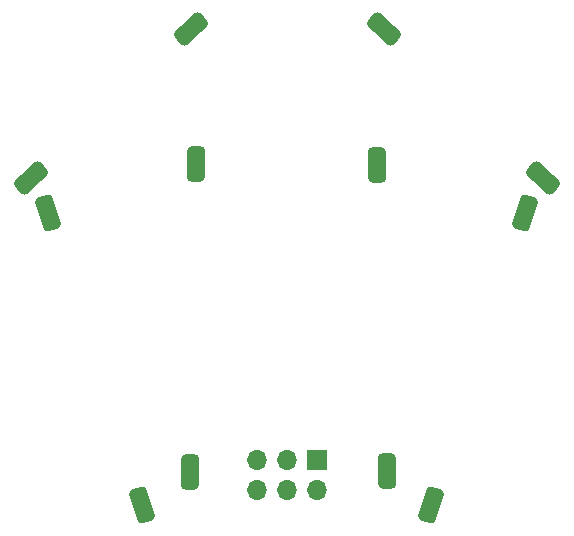
<source format=gbr>
%TF.GenerationSoftware,KiCad,Pcbnew,(7.0.0)*%
%TF.CreationDate,2023-12-18T14:13:41-05:00*%
%TF.ProjectId,MAGFest2023SolderingClass_variant1,4d414746-6573-4743-9230-3233536f6c64,rev?*%
%TF.SameCoordinates,Original*%
%TF.FileFunction,Soldermask,Top*%
%TF.FilePolarity,Negative*%
%FSLAX46Y46*%
G04 Gerber Fmt 4.6, Leading zero omitted, Abs format (unit mm)*
G04 Created by KiCad (PCBNEW (7.0.0)) date 2023-12-18 14:13:41*
%MOMM*%
%LPD*%
G01*
G04 APERTURE LIST*
G04 Aperture macros list*
%AMRoundRect*
0 Rectangle with rounded corners*
0 $1 Rounding radius*
0 $2 $3 $4 $5 $6 $7 $8 $9 X,Y pos of 4 corners*
0 Add a 4 corners polygon primitive as box body*
4,1,4,$2,$3,$4,$5,$6,$7,$8,$9,$2,$3,0*
0 Add four circle primitives for the rounded corners*
1,1,$1+$1,$2,$3*
1,1,$1+$1,$4,$5*
1,1,$1+$1,$6,$7*
1,1,$1+$1,$8,$9*
0 Add four rect primitives between the rounded corners*
20,1,$1+$1,$2,$3,$4,$5,0*
20,1,$1+$1,$4,$5,$6,$7,0*
20,1,$1+$1,$6,$7,$8,$9,0*
20,1,$1+$1,$8,$9,$2,$3,0*%
G04 Aperture macros list end*
%ADD10RoundRect,0.381000X-0.016563X1.181968X-0.708143X-0.946497X0.016563X-1.181968X0.708143X0.946497X0*%
%ADD11RoundRect,0.381000X-0.419820X1.105022X-0.341715X-1.131615X0.419820X-1.105022X0.341715X1.131615X0*%
%ADD12RoundRect,0.381000X-0.708143X0.946497X-0.016563X-1.181968X0.708143X-0.946497X0.016563X1.181968X0*%
%ADD13RoundRect,0.381000X0.558543X1.041802X-1.078226X-0.484510X-0.558543X-1.041802X1.078226X0.484510X0*%
%ADD14R,1.700000X1.700000*%
%ADD15O,1.700000X1.700000*%
%ADD16RoundRect,0.381000X-1.078226X0.484510X0.558543X-1.041802X1.078226X-0.484510X-0.558543X1.041802X0*%
%ADD17RoundRect,0.381000X-0.361413X1.125479X-0.400471X-1.112180X0.361413X-1.125479X0.400471X1.112180X0*%
G04 APERTURE END LIST*
D10*
%TO.C,D4*%
X159227779Y-95668735D03*
X167262221Y-70941265D03*
%TD*%
D11*
%TO.C,D3*%
X154651307Y-66862919D03*
X155558693Y-92847081D03*
%TD*%
D12*
%TO.C,D1*%
X134832221Y-95668735D03*
X126797779Y-70941265D03*
%TD*%
D13*
%TO.C,D6*%
X138920022Y-55396515D03*
X125389978Y-68013485D03*
%TD*%
D14*
%TO.C,J1*%
X149575759Y-91861764D03*
D15*
X149575759Y-94401764D03*
X147035759Y-91861764D03*
X147035759Y-94401764D03*
X144495759Y-91861764D03*
X144495759Y-94401764D03*
%TD*%
D16*
%TO.C,D5*%
X155257590Y-55396515D03*
X168787634Y-68013485D03*
%TD*%
D17*
%TO.C,D2*%
X139331881Y-66856980D03*
X138878119Y-92853020D03*
%TD*%
M02*

</source>
